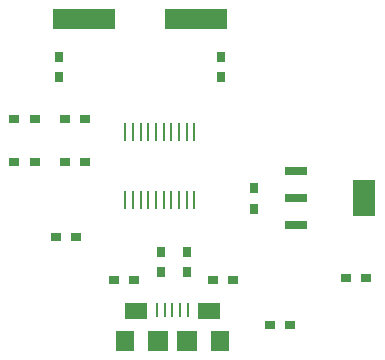
<source format=gbr>
G04 DipTrace 3.0.0.2*
G04 TopPaste.gbr*
%MOIN*%
G04 #@! TF.FileFunction,Paste,Top*
G04 #@! TF.Part,Single*
%ADD43R,0.066803X0.066803*%
%ADD45R,0.062866X0.066803*%
%ADD47R,0.074677X0.054992*%
%ADD53R,0.007748X0.062866*%
%ADD57R,0.007748X0.04515*%
%ADD59R,0.076646X0.119953*%
%ADD61R,0.076646X0.029402*%
%ADD63R,0.208535X0.07074*%
%ADD65R,0.035307X0.03137*%
%ADD67R,0.03137X0.035307*%
%FSLAX26Y26*%
G04*
G70*
G90*
G75*
G01*
G04 TopPaste*
%LPD*%
D67*
X1262841Y1406606D3*
Y1339677D3*
X1800398Y1406606D3*
Y1339677D3*
D65*
X1250340Y806543D3*
X1317269D3*
X1281593Y1200335D3*
X1348522D3*
X1112825D3*
X1179755D3*
X1281593Y1056570D3*
X1348522D3*
X1112825D3*
X1179755D3*
D67*
X1912909Y900303D3*
Y967232D3*
D63*
X1719139Y1531619D3*
X1345123D3*
D61*
X2050424Y1025316D3*
Y934765D3*
Y844214D3*
D59*
X2278770Y934765D3*
D57*
X1587875Y562768D3*
D65*
X1964743Y512762D3*
X2031672D3*
D67*
X1600377Y687781D3*
Y754710D3*
X1687886Y687781D3*
Y754710D3*
D65*
X1775395Y662778D3*
X1842324D3*
X1512867D3*
X1445938D3*
X2219192Y669029D3*
X2286121D3*
D53*
X1712888Y1156580D3*
X1687298D3*
X1661707D3*
X1636117D3*
X1610526D3*
X1584936D3*
X1559345D3*
X1533755D3*
X1508164D3*
X1482573D3*
Y928226D3*
X1508164Y928234D3*
X1533755D3*
X1559345D3*
X1584936D3*
X1610526D3*
X1636117D3*
X1661707D3*
X1687298D3*
X1712888D3*
D57*
X1613466Y562768D3*
X1639056D3*
X1664647D3*
X1690238D3*
D47*
X1517009Y557846D3*
X1761104D3*
D45*
X1481576Y457453D3*
X1796537D3*
D43*
X1591812D3*
X1686301D3*
M02*

</source>
